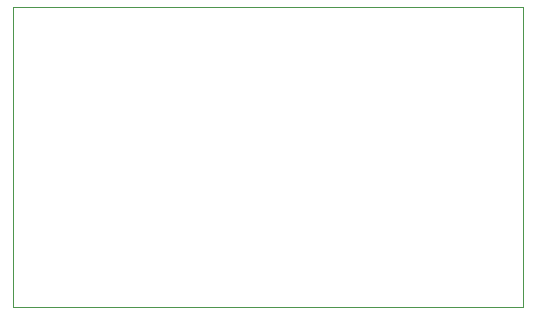
<source format=gko>
G75*
%MOIN*%
%OFA0B0*%
%FSLAX25Y25*%
%IPPOS*%
%LPD*%
%AMOC8*
5,1,8,0,0,1.08239X$1,22.5*
%
%ADD10C,0.00000*%
D10*
X0001260Y0001000D02*
X0001260Y0101000D01*
X0171260Y0101000D01*
X0171260Y0001000D01*
X0001260Y0001000D01*
M02*

</source>
